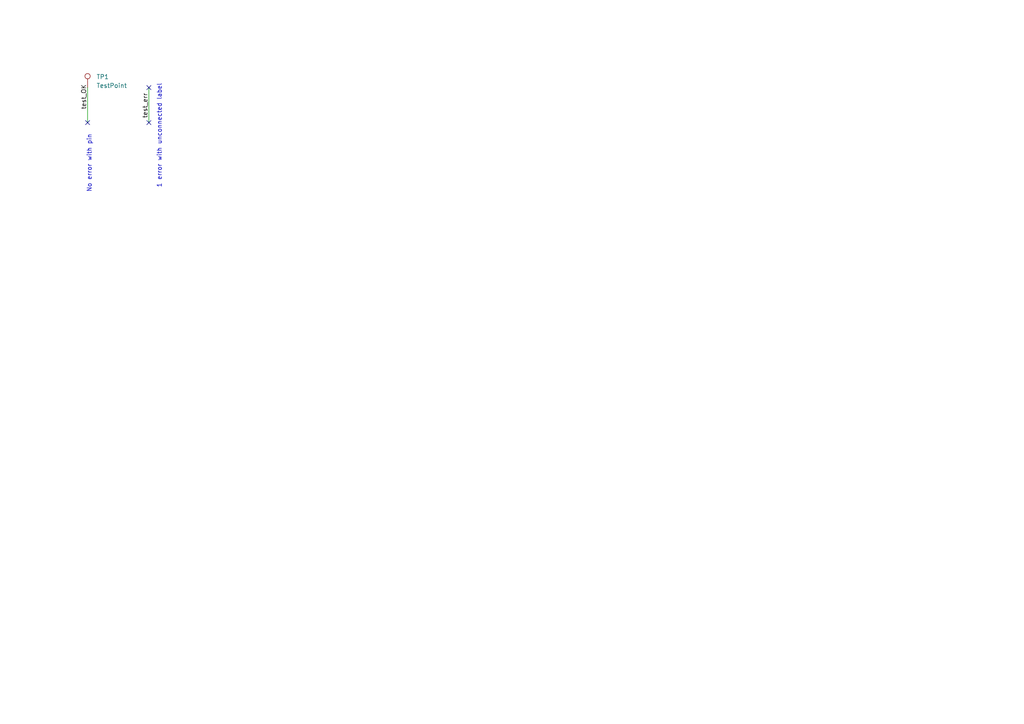
<source format=kicad_sch>
(kicad_sch (version 20211123) (generator eeschema)
  (paper "A4")
  (lib_symbols
    (symbol "Connector:TestPoint" (pin_numbers hide) (pin_names (offset 0.762) hide)
      (property "Reference" "TP" (at 0 6.858 0))
      (property "Value" "TestPoint" (at 0 5.08 0))
      (symbol "TestPoint_0_1"
        (circle (center 0 3.302) (radius 0.762))
      )
      (symbol "TestPoint_1_1"
        (pin passive line (at 0 0 90) (length 2.54) (name "1") (number "1"))
      )
    )
  )
  (no_connect (at 43.18 35.56))
  (no_connect (at 43.18 25.4))
  (no_connect (at 25.4 35.56))
  (wire (pts (xy 25.4 25.4) (xy 25.4 35.56)))
  (wire (pts (xy 43.18 25.4) (xy 43.18 35.56)))
  (text "1 error with unconnected label" (at 46.99 54.61 90) (effects (font (size 1.27 1.27)) (justify left bottom)))
  (text "No error with pin" (at 26.67 55.88 90) (effects (font (size 1.27 1.27)) (justify left bottom)))
  (label "test_OK" (at 25.4 31.75 90))
  (label "test_err" (at 43.18 34.29 90))
  (symbol (lib_id "Connector:TestPoint") (at 25.4 25.4 0) (unit 1)
    (property "Reference" "TP1" (at 27.94 22.2884 0) (effects (justify left)))
    (property "Value" "TestPoint" (at 27.94 24.8284 0) (effects (justify left)))
  )
)
</source>
